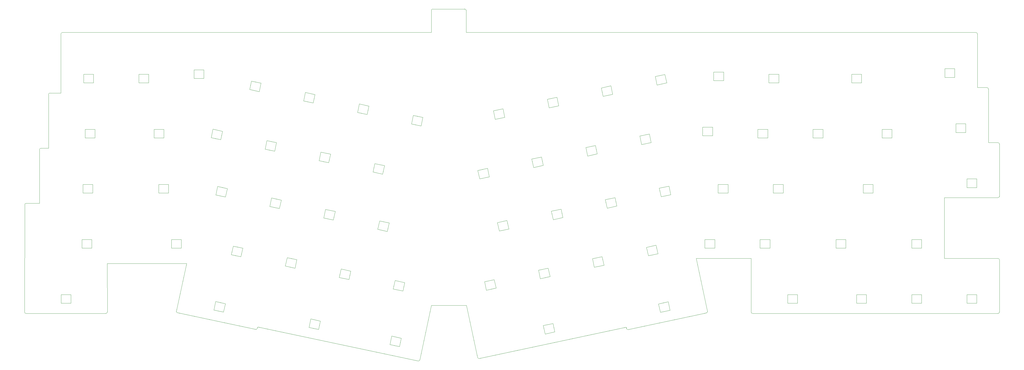
<source format=gm1>
G04 #@! TF.GenerationSoftware,KiCad,Pcbnew,(6.0.1)*
G04 #@! TF.CreationDate,2022-05-09T18:46:19+09:00*
G04 #@! TF.ProjectId,Skeleton68,536b656c-6574-46f6-9e36-382e6b696361,rev?*
G04 #@! TF.SameCoordinates,Original*
G04 #@! TF.FileFunction,Profile,NP*
%FSLAX46Y46*%
G04 Gerber Fmt 4.6, Leading zero omitted, Abs format (unit mm)*
G04 Created by KiCad (PCBNEW (6.0.1)) date 2022-05-09 18:46:19*
%MOMM*%
%LPD*%
G01*
G04 APERTURE LIST*
G04 #@! TA.AperFunction,Profile*
%ADD10C,0.100000*%
G04 #@! TD*
G04 #@! TA.AperFunction,Profile*
%ADD11C,0.120000*%
G04 #@! TD*
G04 APERTURE END LIST*
D10*
X219150000Y-109510000D02*
X168300000Y-120330000D01*
X347550000Y-104790000D02*
G75*
G03*
X348050000Y-104290000I-1J500001D01*
G01*
X347540000Y-85720000D02*
X328990000Y-85720000D01*
X344240000Y-45720000D02*
X344230000Y-27170000D01*
X11430000Y-104280000D02*
G75*
G03*
X11930000Y-104780000I500001J1D01*
G01*
X219150000Y-109510000D02*
X219243553Y-109866447D01*
X348050000Y-46220000D02*
G75*
G03*
X347550000Y-45720000I-500001J-1D01*
G01*
X91326447Y-110296447D02*
X64320000Y-104540000D01*
X17170000Y-47620000D02*
X19720000Y-47620000D01*
X20210000Y-28570000D02*
X24000000Y-28570000D01*
X19720000Y-47620000D02*
X19710000Y-29070000D01*
X246730000Y-104620000D02*
G75*
G03*
X247230000Y-104120000I-1J500001D01*
G01*
X16570000Y-66700000D02*
X16570000Y-48220000D01*
X247230000Y-104120000D02*
X243320000Y-85730000D01*
X340420000Y-26670000D02*
X340420000Y-8120000D01*
X348040000Y-86220000D02*
G75*
G03*
X347540000Y-85720000I-500001J-1D01*
G01*
X163900000Y0D02*
X163900000Y-7620000D01*
X163900000Y-7620000D02*
X339920000Y-7620000D01*
X12000000Y-66690000D02*
G75*
G03*
X11500000Y-67190000I1J-500001D01*
G01*
X39510000Y-104770000D02*
X11930000Y-104780000D01*
X24500000Y-7620000D02*
X151900000Y-7620000D01*
X40010000Y-104270000D02*
X40000000Y-87500000D01*
X39510000Y-104770000D02*
G75*
G03*
X40010000Y-104270000I-1J500001D01*
G01*
X163900000Y0D02*
G75*
G03*
X163400000Y500000I-500001J-1D01*
G01*
X63820000Y-104040000D02*
G75*
G03*
X64320000Y-104540000I500001J1D01*
G01*
X91910000Y-109430000D02*
X91826447Y-109796447D01*
X147420000Y-121240000D02*
G75*
G03*
X147920000Y-120740000I-1J500001D01*
G01*
X24500000Y-7620000D02*
G75*
G03*
X24000000Y-8120000I1J-500001D01*
G01*
X328990000Y-85720000D02*
X328990000Y-64760000D01*
X67360000Y-87500000D02*
X63820000Y-104040000D01*
X347540000Y-64770000D02*
G75*
G03*
X348040000Y-64270000I-1J500001D01*
G01*
X147420000Y-121240000D02*
X91910000Y-109430000D01*
X348040000Y-64270000D02*
X348050000Y-46220000D01*
X12000000Y-66690000D02*
X16570000Y-66700000D01*
X262310000Y-104280000D02*
G75*
G03*
X262810000Y-104780000I500001J1D01*
G01*
X151900000Y-102000000D02*
X164020000Y-102010000D01*
X151900000Y-7620000D02*
X151900000Y0D01*
X347550000Y-104790000D02*
X262810000Y-104780000D01*
X344230000Y-27170000D02*
G75*
G03*
X343730000Y-26670000I-500001J-1D01*
G01*
X328990000Y-64760000D02*
X347540000Y-64770000D01*
X343730000Y-26670000D02*
X340420000Y-26670000D01*
X262310000Y-85730000D02*
X262310000Y-104280000D01*
X243320000Y-85730000D02*
X262310000Y-85730000D01*
X11430000Y-104280000D02*
X11500000Y-67190000D01*
X91326447Y-110296447D02*
G75*
G03*
X91826447Y-109796447I-1J500001D01*
G01*
X348040000Y-86220000D02*
X348050000Y-104290000D01*
X24000000Y-28570000D02*
X24000000Y-8120000D01*
X167800000Y-119830000D02*
G75*
G03*
X168300000Y-120330000I500001J1D01*
G01*
X219243553Y-109866447D02*
G75*
G03*
X219743553Y-110366447I500001J1D01*
G01*
X17170000Y-47620000D02*
G75*
G03*
X16570000Y-48220000I0J-600000D01*
G01*
X152400000Y500000D02*
G75*
G03*
X151900000Y0I1J-500001D01*
G01*
X147920000Y-120740000D02*
X151900000Y-102000000D01*
X20210000Y-28570000D02*
G75*
G03*
X19710000Y-29070000I1J-500001D01*
G01*
X152400000Y500000D02*
X163400000Y500000D01*
X164020000Y-102010000D02*
X167800000Y-119830000D01*
X219743553Y-110366447D02*
X246730000Y-104620000D01*
X340420000Y-8120000D02*
G75*
G03*
X339920000Y-7620000I-500001J-1D01*
G01*
X40000000Y-87500000D02*
X67360000Y-87500000D01*
X347550000Y-45720000D02*
X344240000Y-45720000D01*
D11*
X265381000Y-79200000D02*
X268781000Y-79200000D01*
X268781000Y-79200000D02*
X268781000Y-82200000D01*
X268781000Y-82200000D02*
X265381000Y-82200000D01*
X265381000Y-82200000D02*
X265381000Y-79200000D01*
X61136000Y-63150000D02*
X57736000Y-63150000D01*
X57736000Y-63150000D02*
X57736000Y-60150000D01*
X57736000Y-60150000D02*
X61136000Y-60150000D01*
X61136000Y-60150000D02*
X61136000Y-63150000D01*
X283669000Y-44100000D02*
X283669000Y-41100000D01*
X287069000Y-41100000D02*
X287069000Y-44100000D01*
X283669000Y-41100000D02*
X287069000Y-41100000D01*
X287069000Y-44100000D02*
X283669000Y-44100000D01*
X123413183Y-93051971D02*
X120087482Y-92345072D01*
X124036918Y-90117528D02*
X123413183Y-93051971D01*
X120087482Y-92345072D02*
X120711217Y-89410629D01*
X120711217Y-89410629D02*
X124036918Y-90117528D01*
X291575000Y-82200000D02*
X291575000Y-79200000D01*
X294975000Y-82200000D02*
X291575000Y-82200000D01*
X294975000Y-79200000D02*
X294975000Y-82200000D01*
X291575000Y-79200000D02*
X294975000Y-79200000D01*
X113725617Y-48974629D02*
X117051318Y-49681528D01*
X113101882Y-51909072D02*
X113725617Y-48974629D01*
X117051318Y-49681528D02*
X116427583Y-52615971D01*
X116427583Y-52615971D02*
X113101882Y-51909072D01*
X102077417Y-85449929D02*
X105403118Y-86156828D01*
X105403118Y-86156828D02*
X104779383Y-89091271D01*
X104779383Y-89091271D02*
X101453682Y-88384372D01*
X101453682Y-88384372D02*
X102077417Y-85449929D01*
X171251083Y-54598829D02*
X171874818Y-57533272D01*
X171874818Y-57533272D02*
X168549117Y-58240171D01*
X167925382Y-55305728D02*
X171251083Y-54598829D01*
X168549117Y-58240171D02*
X167925382Y-55305728D01*
X192839818Y-92028172D02*
X189514117Y-92735071D01*
X192216083Y-89093729D02*
X192839818Y-92028172D01*
X189514117Y-92735071D02*
X188890382Y-89800628D01*
X188890382Y-89800628D02*
X192216083Y-89093729D01*
X340218500Y-61245000D02*
X336818500Y-61245000D01*
X336818500Y-61245000D02*
X336818500Y-58245000D01*
X340218500Y-58245000D02*
X340218500Y-61245000D01*
X336818500Y-58245000D02*
X340218500Y-58245000D01*
X31235600Y-79200000D02*
X34635600Y-79200000D01*
X34635600Y-79200000D02*
X34635600Y-82200000D01*
X31235600Y-82200000D02*
X31235600Y-79200000D01*
X34635600Y-82200000D02*
X31235600Y-82200000D01*
X34942500Y-63150000D02*
X31542500Y-63150000D01*
X31542500Y-63150000D02*
X31542500Y-60150000D01*
X34942500Y-60150000D02*
X34942500Y-63150000D01*
X31542500Y-60150000D02*
X34942500Y-60150000D01*
X210548882Y-26770228D02*
X213874583Y-26063329D01*
X211172617Y-29704671D02*
X210548882Y-26770228D01*
X214498318Y-28997772D02*
X211172617Y-29704671D01*
X213874583Y-26063329D02*
X214498318Y-28997772D01*
X300983600Y-60150000D02*
X304383600Y-60150000D01*
X304383600Y-60150000D02*
X304383600Y-63150000D01*
X300983600Y-63150000D02*
X300983600Y-60150000D01*
X304383600Y-63150000D02*
X300983600Y-63150000D01*
X65517500Y-79200000D02*
X65517500Y-82200000D01*
X65517500Y-82200000D02*
X62117500Y-82200000D01*
X62117500Y-79200000D02*
X65517500Y-79200000D01*
X62117500Y-82200000D02*
X62117500Y-79200000D01*
X24018000Y-98250000D02*
X27418000Y-98250000D01*
X27418000Y-101250000D02*
X24018000Y-101250000D01*
X27418000Y-98250000D02*
X27418000Y-101250000D01*
X24018000Y-101250000D02*
X24018000Y-98250000D01*
X332598500Y-23145000D02*
X329198500Y-23145000D01*
X329198500Y-23145000D02*
X329198500Y-20145000D01*
X329198500Y-20145000D02*
X332598500Y-20145000D01*
X332598500Y-20145000D02*
X332598500Y-23145000D01*
X115355017Y-68796529D02*
X118680718Y-69503428D01*
X114731282Y-71730972D02*
X115355017Y-68796529D01*
X118056983Y-72437871D02*
X114731282Y-71730972D01*
X118680718Y-69503428D02*
X118056983Y-72437871D01*
X231206017Y-64397671D02*
X230582282Y-61463228D01*
X234531718Y-63690772D02*
X231206017Y-64397671D01*
X230582282Y-61463228D02*
X233907983Y-60756329D01*
X233907983Y-60756329D02*
X234531718Y-63690772D01*
X211948582Y-65423928D02*
X215274283Y-64717029D01*
X215898018Y-67651472D02*
X212572317Y-68358371D01*
X212572317Y-68358371D02*
X211948582Y-65423928D01*
X215274283Y-64717029D02*
X215898018Y-67651472D01*
X80124083Y-104299971D02*
X76798382Y-103593072D01*
X76798382Y-103593072D02*
X77422117Y-100658629D01*
X80747818Y-101365528D02*
X80124083Y-104299971D01*
X77422117Y-100658629D02*
X80747818Y-101365528D01*
X340218500Y-101250000D02*
X336818500Y-101250000D01*
X336818500Y-98250000D02*
X340218500Y-98250000D01*
X340218500Y-98250000D02*
X340218500Y-101250000D01*
X336818500Y-101250000D02*
X336818500Y-98250000D01*
X170256682Y-93761428D02*
X173582383Y-93054529D01*
X173582383Y-93054529D02*
X174206118Y-95988972D01*
X174206118Y-95988972D02*
X170880417Y-96695871D01*
X170880417Y-96695871D02*
X170256682Y-93761428D01*
X278306500Y-101250000D02*
X274906500Y-101250000D01*
X274906500Y-98250000D02*
X278306500Y-98250000D01*
X274906500Y-101250000D02*
X274906500Y-98250000D01*
X278306500Y-98250000D02*
X278306500Y-101250000D01*
X268429000Y-22050000D02*
X271829000Y-22050000D01*
X271829000Y-22050000D02*
X271829000Y-25050000D01*
X271829000Y-25050000D02*
X268429000Y-25050000D01*
X268429000Y-25050000D02*
X268429000Y-22050000D01*
X211473518Y-88067472D02*
X208147817Y-88774371D01*
X210849783Y-85133029D02*
X211473518Y-88067472D01*
X208147817Y-88774371D02*
X207524082Y-85839928D01*
X207524082Y-85839928D02*
X210849783Y-85133029D01*
X195864618Y-32958472D02*
X192538917Y-33665371D01*
X191915182Y-30730928D02*
X195240883Y-30024029D01*
X195240883Y-30024029D02*
X195864618Y-32958472D01*
X192538917Y-33665371D02*
X191915182Y-30730928D01*
X297004000Y-22050000D02*
X300404000Y-22050000D01*
X300404000Y-22050000D02*
X300404000Y-25050000D01*
X300404000Y-25050000D02*
X297004000Y-25050000D01*
X297004000Y-25050000D02*
X297004000Y-22050000D01*
X230107218Y-84106772D02*
X226781517Y-84813671D01*
X226157782Y-81879228D02*
X229483483Y-81172329D01*
X229483483Y-81172329D02*
X230107218Y-84106772D01*
X226781517Y-84813671D02*
X226157782Y-81879228D01*
X108369517Y-28360529D02*
X111695218Y-29067428D01*
X111071483Y-32001871D02*
X107745782Y-31294972D01*
X111695218Y-29067428D02*
X111071483Y-32001871D01*
X107745782Y-31294972D02*
X108369517Y-28360529D01*
X310882000Y-44100000D02*
X307482000Y-44100000D01*
X307482000Y-44100000D02*
X307482000Y-41100000D01*
X307482000Y-41100000D02*
X310882000Y-41100000D01*
X310882000Y-41100000D02*
X310882000Y-44100000D01*
X191145817Y-111863871D02*
X190522082Y-108929428D01*
X193847783Y-108222529D02*
X194471518Y-111156972D01*
X190522082Y-108929428D02*
X193847783Y-108222529D01*
X194471518Y-111156972D02*
X191145817Y-111863871D01*
X268019000Y-41100000D02*
X268019000Y-44100000D01*
X268019000Y-44100000D02*
X264619000Y-44100000D01*
X264619000Y-41100000D02*
X268019000Y-41100000D01*
X264619000Y-44100000D02*
X264619000Y-41100000D01*
X133988717Y-72757229D02*
X137314418Y-73464128D01*
X133364982Y-75691672D02*
X133988717Y-72757229D01*
X136690683Y-76398571D02*
X133364982Y-75691672D01*
X137314418Y-73464128D02*
X136690683Y-76398571D01*
X96097582Y-67770272D02*
X96721317Y-64835829D01*
X100047018Y-65542728D02*
X99423283Y-68477171D01*
X99423283Y-68477171D02*
X96097582Y-67770272D01*
X96721317Y-64835829D02*
X100047018Y-65542728D01*
X317768500Y-101250000D02*
X317768500Y-98250000D01*
X321168500Y-101250000D02*
X317768500Y-101250000D01*
X321168500Y-98250000D02*
X321168500Y-101250000D01*
X317768500Y-98250000D02*
X321168500Y-98250000D01*
X248969000Y-40338000D02*
X248969000Y-43338000D01*
X245569000Y-40338000D02*
X248969000Y-40338000D01*
X248969000Y-43338000D02*
X245569000Y-43338000D01*
X245569000Y-43338000D02*
X245569000Y-40338000D01*
X50878000Y-25050000D02*
X50878000Y-22050000D01*
X54278000Y-22050000D02*
X54278000Y-25050000D01*
X50878000Y-22050000D02*
X54278000Y-22050000D01*
X54278000Y-25050000D02*
X50878000Y-25050000D01*
X229806317Y-25743971D02*
X229182582Y-22809528D01*
X229182582Y-22809528D02*
X232508283Y-22102629D01*
X233132018Y-25037072D02*
X229806317Y-25743971D01*
X232508283Y-22102629D02*
X233132018Y-25037072D01*
X269953000Y-60150000D02*
X273353000Y-60150000D01*
X273353000Y-63150000D02*
X269953000Y-63150000D01*
X273353000Y-60150000D02*
X273353000Y-63150000D01*
X269953000Y-63150000D02*
X269953000Y-60150000D01*
X73328000Y-20526000D02*
X73328000Y-23526000D01*
X69928000Y-20526000D02*
X73328000Y-20526000D01*
X69928000Y-23526000D02*
X69928000Y-20526000D01*
X73328000Y-23526000D02*
X69928000Y-23526000D01*
X209142218Y-49611872D02*
X205816517Y-50318771D01*
X205816517Y-50318771D02*
X205192782Y-47384328D01*
X208518483Y-46677429D02*
X209142218Y-49611872D01*
X205192782Y-47384328D02*
X208518483Y-46677429D01*
X230940817Y-104378971D02*
X230317082Y-101444528D01*
X233642783Y-100737629D02*
X234266518Y-103672072D01*
X230317082Y-101444528D02*
X233642783Y-100737629D01*
X234266518Y-103672072D02*
X230940817Y-104378971D01*
X139344917Y-93371329D02*
X142670618Y-94078228D01*
X142046883Y-97012671D02*
X138721182Y-96305772D01*
X142670618Y-94078228D02*
X142046883Y-97012671D01*
X138721182Y-96305772D02*
X139344917Y-93371329D01*
X186559082Y-51345028D02*
X189884783Y-50638129D01*
X190508518Y-53572572D02*
X187182817Y-54279471D01*
X187182817Y-54279471D02*
X186559082Y-51345028D01*
X189884783Y-50638129D02*
X190508518Y-53572572D01*
X333008500Y-39195000D02*
X336408500Y-39195000D01*
X333008500Y-42195000D02*
X333008500Y-39195000D01*
X336408500Y-39195000D02*
X336408500Y-42195000D01*
X336408500Y-42195000D02*
X333008500Y-42195000D01*
X249379000Y-21288000D02*
X252779000Y-21288000D01*
X249379000Y-24288000D02*
X249379000Y-21288000D01*
X252779000Y-21288000D02*
X252779000Y-24288000D01*
X252779000Y-24288000D02*
X249379000Y-24288000D01*
X246331000Y-82200000D02*
X246331000Y-79200000D01*
X249731000Y-82200000D02*
X246331000Y-82200000D01*
X249731000Y-79200000D02*
X249731000Y-82200000D01*
X246331000Y-79200000D02*
X249731000Y-79200000D01*
X32304800Y-44100000D02*
X32304800Y-41100000D01*
X32304800Y-41100000D02*
X35704800Y-41100000D01*
X35704800Y-44100000D02*
X32304800Y-44100000D01*
X35704800Y-41100000D02*
X35704800Y-44100000D01*
X178006783Y-72638429D02*
X178630518Y-75572872D01*
X174681082Y-73345328D02*
X178006783Y-72638429D01*
X175304817Y-76279771D02*
X174681082Y-73345328D01*
X178630518Y-75572872D02*
X175304817Y-76279771D01*
X31828000Y-25050000D02*
X31828000Y-22050000D01*
X31828000Y-22050000D02*
X35228000Y-22050000D01*
X35228000Y-22050000D02*
X35228000Y-25050000D01*
X35228000Y-25050000D02*
X31828000Y-25050000D01*
X80789583Y-64516471D02*
X77463882Y-63809572D01*
X78087617Y-60875129D02*
X81413318Y-61582028D01*
X81413318Y-61582028D02*
X80789583Y-64516471D01*
X77463882Y-63809572D02*
X78087617Y-60875129D01*
X224450217Y-46358071D02*
X223826482Y-43423628D01*
X227775918Y-45651172D02*
X224450217Y-46358071D01*
X227152183Y-42716729D02*
X227775918Y-45651172D01*
X223826482Y-43423628D02*
X227152183Y-42716729D01*
X321168500Y-79200000D02*
X321168500Y-82200000D01*
X317768500Y-82200000D02*
X317768500Y-79200000D01*
X317768500Y-79200000D02*
X321168500Y-79200000D01*
X321168500Y-82200000D02*
X317768500Y-82200000D01*
X302118500Y-101250000D02*
X298718500Y-101250000D01*
X302118500Y-98250000D02*
X302118500Y-101250000D01*
X298718500Y-98250000D02*
X302118500Y-98250000D01*
X298718500Y-101250000D02*
X298718500Y-98250000D01*
X109604882Y-109592472D02*
X110228617Y-106658029D01*
X112930583Y-110299371D02*
X109604882Y-109592472D01*
X110228617Y-106658029D02*
X113554318Y-107364928D01*
X113554318Y-107364928D02*
X112930583Y-110299371D01*
X137555482Y-115533572D02*
X138179217Y-112599129D01*
X141504918Y-113306028D02*
X140881183Y-116240471D01*
X140881183Y-116240471D02*
X137555482Y-115533572D01*
X138179217Y-112599129D02*
X141504918Y-113306028D01*
X176607183Y-33984729D02*
X177230918Y-36919172D01*
X173281482Y-34691628D02*
X176607183Y-33984729D01*
X173905217Y-37626071D02*
X173281482Y-34691628D01*
X177230918Y-36919172D02*
X173905217Y-37626071D01*
X132359317Y-52935329D02*
X135685018Y-53642228D01*
X135061283Y-56576671D02*
X131735582Y-55869772D01*
X131735582Y-55869772D02*
X132359317Y-52935329D01*
X135685018Y-53642228D02*
X135061283Y-56576671D01*
X250903000Y-63150000D02*
X250903000Y-60150000D01*
X254303000Y-60150000D02*
X254303000Y-63150000D01*
X250903000Y-60150000D02*
X254303000Y-60150000D01*
X254303000Y-63150000D02*
X250903000Y-63150000D01*
X59516800Y-44100000D02*
X56116800Y-44100000D01*
X56116800Y-44100000D02*
X56116800Y-41100000D01*
X56116800Y-41100000D02*
X59516800Y-41100000D01*
X59516800Y-41100000D02*
X59516800Y-44100000D01*
X196640483Y-68677729D02*
X197264218Y-71612172D01*
X193314782Y-69384628D02*
X196640483Y-68677729D01*
X193938517Y-72319071D02*
X193314782Y-69384628D01*
X197264218Y-71612172D02*
X193938517Y-72319071D01*
X79160183Y-44694571D02*
X75834482Y-43987672D01*
X76458217Y-41053229D02*
X79783918Y-41760128D01*
X75834482Y-43987672D02*
X76458217Y-41053229D01*
X79783918Y-41760128D02*
X79160183Y-44694571D01*
X89735817Y-24399829D02*
X93061518Y-25106728D01*
X92437783Y-28041171D02*
X89112082Y-27334272D01*
X89112082Y-27334272D02*
X89735817Y-24399829D01*
X93061518Y-25106728D02*
X92437783Y-28041171D01*
X148338883Y-39923371D02*
X145013182Y-39216472D01*
X148962618Y-36988928D02*
X148338883Y-39923371D01*
X145636917Y-36282029D02*
X148962618Y-36988928D01*
X145013182Y-39216472D02*
X145636917Y-36282029D01*
X127003217Y-32321229D02*
X130328918Y-33028128D01*
X130328918Y-33028128D02*
X129705183Y-35962571D01*
X129705183Y-35962571D02*
X126379482Y-35255672D01*
X126379482Y-35255672D02*
X127003217Y-32321229D01*
X86769418Y-82196128D02*
X86145683Y-85130571D01*
X86145683Y-85130571D02*
X82819982Y-84423672D01*
X83443717Y-81489229D02*
X86769418Y-82196128D01*
X82819982Y-84423672D02*
X83443717Y-81489229D01*
X98417618Y-45720828D02*
X97793883Y-48655271D01*
X97793883Y-48655271D02*
X94468182Y-47948372D01*
X94468182Y-47948372D02*
X95091917Y-45013929D01*
X95091917Y-45013929D02*
X98417618Y-45720828D01*
M02*

</source>
